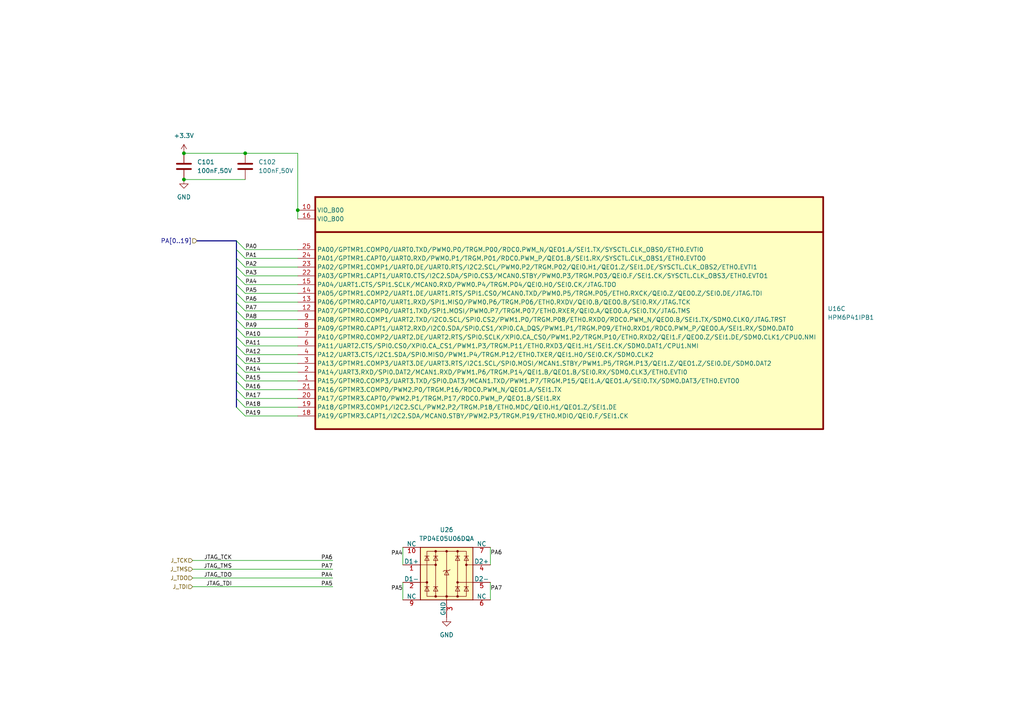
<source format=kicad_sch>
(kicad_sch (version 20250114) (generator "eeschema") (generator_version "9.0")
  (paper "A4")
  (title_block (title "HPM6P41_BuckBoost") (date "2025-05-05") (rev "4") (company "Author: Alipay"))
  (lib_symbols
    (symbol "Device:C" (pin_numbers (hide yes)) (pin_names (offset 0.254))
      (property "Reference" "C" (at 0.635 2.54 0))
      (property "Value" "C" (at 0.635 -2.54 0))
      (symbol "C_0_1"
        (polyline (pts (xy -2.032 0.762) (xy 2.032 0.762)) (stroke (width 0.508)))
        (polyline (pts (xy -2.032 -0.762) (xy 2.032 -0.762)) (stroke (width 0.508)))
      )
      (symbol "C_1_1"
        (pin passive line (at 0 3.81 270) (length 2.794) (name "~") (number "1"))
        (pin passive line (at 0 -3.81 90) (length 2.794) (name "~") (number "2"))
      )
    )
    (symbol "GND_1" (power) (pin_numbers (hide yes)) (pin_names (offset 0) (hide yes))
      (property "Value" "GND" (at 0 -3.81 0))
      (symbol "GND_1_0_1"
        (polyline (pts (xy 0 0) (xy 0 -1.27) (xy 1.27 -1.27) (xy 0 -2.54) (xy -1.27 -1.27) (xy 0 -1.27)))
      )
      (symbol "GND_1_1_1"
        (pin power_in line (at 0 0 270) (length 0) (name "~") (number "1"))
      )
    )
    (symbol "HPM6P00_Library:HPM6P41IPB1"
      (property "Reference" "U" (at 1.27 1.27 0))
      (property "Value" "HPM6P41IPB1" (at 10.16 1.27 0))
      (symbol "HPM6P41IPB1_1_1"
        (rectangle (start 0 0) (end 35.56 -66.04) (stroke (width 0.508)) (fill (type background)))
        (polyline (pts (xy 0 -41.275) (xy 35.56 -41.275)) (stroke (width 0.508)))
        (polyline (pts (xy 8.89 -6.35) (xy 14.605 -6.35) (xy 14.605 -10.16) (xy 13.97 -9.525) (xy 14.605 -10.16) (xy 15.24 -9.525)))
        (rectangle (start 10.16 -10.16) (end 17.78 -12.7))
        (polyline (pts (xy 15.24 -12.7) (xy 15.24 -17.78) (xy 9.525 -17.78) (xy 10.16 -17.145) (xy 9.525 -17.78) (xy 10.16 -18.415)))
        (text "DCDC_Domain" (at 10.16 -2.54 0) (effects (font (size 1.778 1.778))))
        (text "Analog_Domain" (at 11.43 -44.45 0) (effects (font (size 1.778 1.778))))
        (text "DCDC" (at 13.97 -11.43 0) (effects (font (size 1.27 1.27))))
        (pin power_in line (at -5.08 -6.35 0) (length 5.08) (name "DCDC_IN") (number "26"))
        (pin power_in line (at -5.08 -17.78 0) (length 5.08) (name "DCDC_LP") (number "27"))
        (pin power_in line (at -5.08 -24.13 0) (length 5.08) (name "DCDC_SNS") (number "31"))
        (pin power_in line (at -5.08 -31.75 0) (length 5.08) (name "DCDC_GND") (number "28"))
        (pin power_in line (at -5.08 -48.26 0) (length 5.08) (name "VANA") (number "41"))
        (pin power_in line (at -5.08 -57.15 0) (length 5.08) (name "VSSA") (number "39"))
        (pin power_out line (at 17.78 -71.12 90) (length 5.08) (name "PAD") (number "101"))
        (pin power_out line (at 40.64 -6.35 180) (length 5.08) (name "VDD_SOC") (number "5"))
        (pin power_out line (at 40.64 -10.16 180) (length 5.08) (name "VDD_SOC") (number "11"))
        (pin power_out line (at 40.64 -13.97 180) (length 5.08) (name "VDD_SOC") (number "50"))
        (pin power_out line (at 40.64 -17.78 180) (length 5.08) (name "VDD_SOC") (number "68"))
        (pin power_out line (at 40.64 -21.59 180) (length 5.08) (name "VDD_SOC") (number "72"))
        (pin power_out line (at 40.64 -25.4 180) (length 5.08) (name "VDD_SOC") (number "84"))
        (pin power_in line (at 40.64 -48.26 180) (length 5.08) (name "VREFH") (number "40"))
        (pin power_in line (at 40.64 -57.15 180) (length 5.08) (name "VREFL") (number "38"))
      )
      (symbol "HPM6P41IPB1_2_0"
        (polyline (pts (xy 7.62 -6.35) (xy 43.18 -6.35) (xy 42.164 -5.842) (xy 43.18 -6.35) (xy 42.164 -6.858)))
        (polyline (pts (xy 7.62 -11.43) (xy 43.18 -11.43) (xy 42.164 -10.922) (xy 43.18 -11.43) (xy 42.164 -11.938)))
        (polyline (pts (xy 50.8 -6.35) (xy 90.17 -6.35) (xy 89.154 -5.842) (xy 90.17 -6.35) (xy 89.154 -6.858)))
        (polyline (pts (xy 50.8 -11.43) (xy 91.44 -11.43) (xy 90.424 -10.922) (xy 91.44 -11.43) (xy 90.424 -11.938)))
      )
      (symbol "HPM6P41IPB1_2_1"
        (rectangle (start 0 0) (end 100.33 -33.02) (stroke (width 0.508)) (fill (type background)))
        (polyline (pts (xy 0 -16.51) (xy 100.33 -16.51)) (stroke (width 0.508)))
        (polyline (pts (xy 7.62 -6.35) (xy 7.62 -11.43)))
        (rectangle (start 44.45 -5.08) (end 49.53 -7.62))
        (rectangle (start 44.45 -10.16) (end 49.53 -12.7))
        (text "LDO" (at 46.99 -6.35 0) (effects (font (size 1.27 1.27))))
        (text "LDO" (at 46.99 -11.43 0) (effects (font (size 1.27 1.27))))
        (pin power_in line (at -5.08 -7.62 0) (length 5.08) (name "VPMC") (number "32"))
        (pin bidirectional line (at -5.08 -21.59 0) (length 5.08) (name "PY00/GPTMR3.COMP0/PWM2.P0/TRGM.P16/PGPIO.Y00/PURT.TXD/PTMR.COMP0") (number "33"))
        (pin bidirectional line (at -5.08 -24.13 0) (length 5.08) (name "PY01/GPTMR3.CAPT0/PWM2.P1/TRGM.P17/PGPIO.Y01/PURT.RXD/PTMR.COMP1") (number "34"))
        (pin bidirectional line (at -5.08 -26.67 0) (length 5.08) (name "PY02/GPTMR3.COMP1/I2C2.SCL/PWM2.P2/TRGM.P18/PGPIO.Y02/PURT.RTS/PTMR.COMP2") (number "35"))
        (pin bidirectional line (at -5.08 -29.21 0) (length 5.08) (name "PY03/GPTMR3.CAPT1/I2C2.SDA/MCAN0.STBY/PWM2.P3/TRGM.P19/PGPIO.Y03/PURT.CTS/PTMR.COMP3") (number "36"))
        (pin power_out line (at 105.41 -6.35 180) (length 5.08) (name "VPMCCAP") (number "37"))
        (pin power_out line (at 105.41 -11.43 180) (length 5.08) (name "OTPCAP") (number "17"))
      )
      (symbol "HPM6P41IPB1_3_1"
        (rectangle (start 0 0) (end 147.32 -67.31) (stroke (width 0.508)) (fill (type background)))
        (polyline (pts (xy 0 -10.16) (xy 147.32 -10.16)) (stroke (width 0.5)))
        (pin power_in line (at -5.08 -3.81 0) (length 5.08) (name "VIO_B00") (number "10"))
        (pin power_in line (at -5.08 -6.35 0) (length 5.08) (name "VIO_B00") (number "16"))
        (pin bidirectional line (at -5.08 -15.24 0) (length 5.08) (name "PA00/GPTMR1.COMP0/UART0.TXD/PWM0.P0/TRGM.P00/RDC0.PWM_N/QEO1.A/SEI1.TX/SYSCTL.CLK_OBS0/ETH0.EVTI0") (number "25"))
        (pin input line (at -5.08 -17.78 0) (length 5.08) (name "PA01/GPTMR1.CAPT0/UART0.RXD/PWM0.P1/TRGM.P01/RDC0.PWM_P/QEO1.B/SEI1.RX/SYSCTL.CLK_OBS1/ETH0.EVTO0") (number "24"))
        (pin bidirectional line (at -5.08 -20.32 0) (length 5.08) (name "PA02/GPTMR1.COMP1/UART0.DE/UART0.RTS/I2C2.SCL/PWM0.P2/TRGM.P02/QEI0.H1/QEO1.Z/SEI1.DE/SYSCTL.CLK_OBS2/ETH0.EVTI1") (number "23"))
        (pin bidirectional line (at -5.08 -22.86 0) (length 5.08) (name "PA03/GPTMR1.CAPT1/UART0.CTS/I2C2.SDA/SPI0.CS3/MCAN0.STBY/PWM0.P3/TRGM.P03/QEI0.F/SEI1.CK/SYSCTL.CLK_OBS3/ETH0.EVTO1") (number "22"))
        (pin bidirectional line (at -5.08 -25.4 0) (length 5.08) (name "PA04/UART1.CTS/SPI1.SCLK/MCAN0.RXD/PWM0.P4/TRGM.P04/QEI0.H0/SEI0.CK/JTAG.TDO") (number "15"))
        (pin bidirectional line (at -5.08 -27.94 0) (length 5.08) (name "PA05/GPTMR1.COMP2/UART1.DE/UART1.RTS/SPI1.CS0/MCAN0.TXD/PWM0.P5/TRGM.P05/ETH0.RXCK/QEI0.Z/QEO0.Z/SEI0.DE/JTAG.TDI") (number "14"))
        (pin bidirectional line (at -5.08 -30.48 0) (length 5.08) (name "PA06/GPTMR0.CAPT0/UART1.RXD/SPI1.MISO/PWM0.P6/TRGM.P06/ETH0.RXDV/QEI0.B/QEO0.B/SEI0.RX/JTAG.TCK") (number "13"))
        (pin bidirectional line (at -5.08 -33.02 0) (length 5.08) (name "PA07/GPTMR0.COMP0/UART1.TXD/SPI1.MOSI/PWM0.P7/TRGM.P07/ETH0.RXER/QEI0.A/QEO0.A/SEI0.TX/JTAG.TMS") (number "12"))
        (pin bidirectional line (at -5.08 -35.56 0) (length 5.08) (name "PA08/GPTMR0.COMP1/UART2.TXD/I2C0.SCL/SPI0.CS2/PWM1.P0/TRGM.P08/ETH0.RXD0/RDC0.PWM_N/QEO0.B/SEI1.TX/SDM0.CLK0/JTAG.TRST") (number "9"))
        (pin bidirectional line (at -5.08 -38.1 0) (length 5.08) (name "PA09/GPTMR0.CAPT1/UART2.RXD/I2C0.SDA/SPI0.CS1/XPI0.CA_DQS/PWM1.P1/TRGM.P09/ETH0.RXD1/RDC0.PWM_P/QEO0.A/SEI1.RX/SDM0.DAT0") (number "8"))
        (pin bidirectional line (at -5.08 -40.64 0) (length 5.08) (name "PA10/GPTMR0.COMP2/UART2.DE/UART2.RTS/SPI0.SCLK/XPI0.CA_CS0/PWM1.P2/TRGM.P10/ETH0.RXD2/QEI1.F/QEO0.Z/SEI1.DE/SDM0.CLK1/CPU0.NMI") (number "7"))
        (pin bidirectional line (at -5.08 -43.18 0) (length 5.08) (name "PA11/UART2.CTS/SPI0.CS0/XPI0.CA_CS1/PWM1.P3/TRGM.P11/ETH0.RXD3/QEI1.H1/SEI1.CK/SDM0.DAT1/CPU1.NMI") (number "6"))
        (pin bidirectional line (at -5.08 -45.72 0) (length 5.08) (name "PA12/UART3.CTS/I2C1.SDA/SPI0.MISO/PWM1.P4/TRGM.P12/ETH0.TXER/QEI1.H0/SEI0.CK/SDM0.CLK2") (number "4"))
        (pin bidirectional line (at -5.08 -48.26 0) (length 5.08) (name "PA13/GPTMR1.COMP3/UART3.DE/UART3.RTS/I2C1.SCL/SPI0.MOSI/MCAN1.STBY/PWM1.P5/TRGM.P13/QEI1.Z/QEO1.Z/SEI0.DE/SDM0.DAT2") (number "3"))
        (pin bidirectional line (at -5.08 -50.8 0) (length 5.08) (name "PA14/UART3.RXD/SPI0.DAT2/MCAN1.RXD/PWM1.P6/TRGM.P14/QEI1.B/QEO1.B/SEI0.RX/SDM0.CLK3/ETH0.EVTI0") (number "2"))
        (pin bidirectional line (at -5.08 -53.34 0) (length 5.08) (name "PA15/GPTMR0.COMP3/UART3.TXD/SPI0.DAT3/MCAN1.TXD/PWM1.P7/TRGM.P15/QEI1.A/QEO1.A/SEI0.TX/SDM0.DAT3/ETH0.EVTO0") (number "1"))
        (pin bidirectional line (at -5.08 -55.88 0) (length 5.08) (name "PA16/GPTMR3.COMP0/PWM2.P0/TRGM.P16/RDC0.PWM_N/QEO1.A/SEI1.TX") (number "21"))
        (pin bidirectional line (at -5.08 -58.42 0) (length 5.08) (name "PA17/GPTMR3.CAPT0/PWM2.P1/TRGM.P17/RDC0.PWM_P/QEO1.B/SEI1.RX") (number "20"))
        (pin bidirectional line (at -5.08 -60.96 0) (length 5.08) (name "PA18/GPTMR3.COMP1/I2C2.SCL/PWM2.P2/TRGM.P18/ETH0.MDC/QEI0.H1/QEO1.Z/SEI1.DE") (number "19"))
        (pin bidirectional line (at -5.08 -63.5 0) (length 5.08) (name "PA19/GPTMR3.CAPT1/I2C2.SDA/MCAN0.STBY/PWM2.P3/TRGM.P19/ETH0.MDIO/QEI0.F/SEI1.CK") (number "18"))
      )
      (symbol "HPM6P41IPB1_4_1"
        (rectangle (start 0 0) (end 185.42 -92.71) (stroke (width 0.508)) (fill (type background)))
        (polyline (pts (xy 0 -12.7) (xy 185.42 -12.7)) (stroke (width 0.5)))
        (polyline (pts (xy 0 -60.96) (xy 185.42 -60.96)) (stroke (width 0.3) (type dash)))
        (pin power_in line (at -5.08 -5.08 0) (length 5.08) (name "VIO_B01") (number "79"))
        (pin power_in line (at -5.08 -7.62 0) (length 5.08) (name "VIO_B01") (number "94"))
        (pin bidirectional line (at -5.08 -19.05 0) (length 5.08) (name "PB00/GPTMR2.COMP0/XPI0.CA_SCLK/PWM0.P0/TRGM.P31/ETH0.TXCK/RDC0.PWM_N/QEO1.A/SEI1.TX/XPI_SLV.ADQ3") (number "100"))
        (pin bidirectional line (at -5.08 -21.59 0) (length 5.08) (name "PB01/GPTMR2.CAPT0/XPI0.CA_D0/PWM0.P1/TRGM.P30/ETH0.TXEN/RDC0.PWM_P/QEO1.B/SEI1.RX/XPI_SLV.ADQ2") (number "99"))
        (pin bidirectional line (at -5.08 -24.13 0) (length 5.08) (name "PB02/GPTMR2.COMP1/I2C2.SCL/XPI0.CA_D1/PWM0.P2/TRGM.P29/ETH0.TXD0/QEI0.H1/QEO1.Z/SEI1.DE/SDM0.CLK0/XPI_SLV.ADQ1") (number "98"))
        (pin bidirectional line (at -5.08 -26.67 0) (length 5.08) (name "PB03/GPTMR2.CAPT1/I2C2.SDA/SPI0.CS3/MCAN0.STBY/XPI0.CA_D2/PWM0.P3/TRGM.P28/ETH0.TXD1/QEI0.F/SEI1.CK/SDM0.DAT0/XPI_SLV.ADQ0") (number "97"))
        (pin bidirectional line (at -5.08 -29.21 0) (length 5.08) (name "PB04/UART1.CTS/SPI0.SCLK/MCAN0.RXD/XPI0.CA_D3/PWM0.P4/TRGM.P27/ETH0.TXD2/QEI0.H0/SEI0.CK/SDM0.CLK1/CPU0.NMI/XPI_SLV.CLK") (number "96"))
        (pin bidirectional line (at -5.08 -31.75 0) (length 5.08) (name "PB05/GPTMR2.COMP2/UART1.DE/UART1.RTS/SPI1.CS0/MCAN0.TXD/PWM0.P5/TRGM.P26/ETH0.TXD3/QEI0.Z/QEO0.Z/SEI0.DE/SDM0.DAT1/CPU1.NMI/XPI_SLV.CSN") (number "95"))
        (pin bidirectional line (at -5.08 -35.56 0) (length 5.08) (name "PB12/UART3.CTS/I2C1.SDA/SPI0.MISO/XPI0.CB_DQS/PWM1.P4/TRGM.P19/ETH0.MDC/QEI1.H0/SEI0.CK/SDM0.CLK2/EWDG0.RST/XPI_SLV.ERR") (number "93"))
        (pin bidirectional line (at -5.08 -38.1 0) (length 5.08) (name "PB13/GPTMR2.COMP3/UART3.DE/UART3.RTS/I2C1.SCL/SPI0.MOSI/MCAN1.STBY/XPI0.CB_CS0/PWM1.P5/TRGM.P18/ETH0.MDIO/QEI1.Z/QEO1.Z/SEI0.DE/SDM0.DAT2/EWDG1.RST/XPI_SLV.RDY") (number "92"))
        (pin bidirectional line (at -5.08 -40.64 0) (length 5.08) (name "PB14/UART3.RXD/SPI0.DAT2/MCAN1.RXD/XPI0.CB_CS1/PWM1.P6/TRGM.P17/QEI1.B/QEO1.B/SEI0.RX/SDM0.CLK3/SOC.REF0/ETH0.EVTO2/XPI_SLV.DQS") (number "91"))
        (pin bidirectional line (at -5.08 -43.18 0) (length 5.08) (name "PB15/GPTMR0.COMP3/UART3.TXD/SPI0.DAT3/MCAN1.TXD/XPI0.CB_SCLK/PWM1.P7/TRGM.P16/QEI1.A/QEO1.A/SEI0.TX/SDM0.DAT3/SOC.REF1/ETH0.EVTO3") (number "90"))
        (pin bidirectional line (at -5.08 -45.72 0) (length 5.08) (name "PB16/GPTMR3.COMP0/XPI0.CB_D0/PWM2.P0/TRGM.P15/RDC0.PWM_N/QEO1.A/SEI1.TX/SYSCTL.CLK_OBS0/ETH0.EVTI1") (number "89"))
        (pin bidirectional line (at -5.08 -48.26 0) (length 5.08) (name "PB17/GPTMR3.CAPT0/XPI0.CB_D1/PWM2.P1/TRGM.P14/RDC0.PWM_P/QEO1.B/SEI1.RX/SYSCTL.CLK_OBS1/ETH0.EVTO1") (number "88"))
        (pin bidirectional line (at -5.08 -50.8 0) (length 5.08) (name "PB18/GPTMR3.COMP1/I2C2.SCL/XPI0.CB_D2/PWM2.P2/TRGM.P13/QEI0.H1/QEO1.Z/SEI1.DE/SYSCTL.CLK_OBS2/ETH0.EVTO2") (number "87"))
        (pin bidirectional line (at -5.08 -53.34 0) (length 5.08) (name "PB19/GPTMR3.CAPT1/I2C2.SDA/SPI2.CS3/MCAN0.STBY/XPI0.CB_D3/PWM2.P3/TRGM.P12/QEI0.F/SEI1.CK/SYSCTL.CLK_OBS3/ETH0.EVTO3") (number "86"))
        (pin bidirectional line (at -5.08 -55.88 0) (length 5.08) (name "PB20/UART0.CTS/MCAN0.RXD/PWM2.P4/TRGM.P11/QEI0.H0/SEI0.CK") (number "85"))
        (pin bidirectional line (at -5.08 -66.04 0) (length 5.08) (name "PC12/I2C1.SDA/SPI1.MISO/PWM1.P4/TRGM.P12/QEI1.H0/SEI0.CK") (number "83"))
        (pin bidirectional line (at -5.08 -68.58 0) (length 5.08) (name "PC13/GPTMR1.COMP3/I2C1.SCL/SPI1.MOSI/MCAN1.STBY/PWM1.P5/TRGM.P13/QEI1.Z/QEO1.Z/SEI0.DE/USB0.ID") (number "82"))
        (pin bidirectional line (at -5.08 -71.12 0) (length 5.08) (name "PC14/SPI1.DAT2/MCAN1.RXD/PWM1.P6/TRGM.P14/ETH0.MDC/QEI1.B/QEO1.B/SEI0.RX/USB0.OC") (number "81"))
        (pin bidirectional line (at -5.08 -73.66 0) (length 5.08) (name "PC15/GPTMR0.COMP3/SPI1.DAT3/MCAN1.TXD/PWM1.P7/TRGM.P15/ETH0.MDIO/QEI1.A/QEO1.A/SEI0.TX/USB0.PWR") (number "80"))
        (pin bidirectional line (at -5.08 -76.2 0) (length 5.08) (name "PC16/GPTMR3.COMP0/PWM2.P0/TRGM.P16/ETH0.CRS/QEI0.H1/CPU0.NMI") (number "78"))
        (pin bidirectional line (at -5.08 -78.74 0) (length 5.08) (name "PC17/GPTMR3.CAPT0/PWM2.P1/TRGM.P17/ETH0.COL/QEI0.F/CPU1.NMI") (number "77"))
        (pin bidirectional line (at -5.08 -81.28 0) (length 5.08) (name "PC18/GPTMR3.COMP1/I2C2.SCL/PWM2.P2/TRGM.P18/QEI0.H0/SEI0.CK") (number "76"))
        (pin bidirectional line (at -5.08 -83.82 0) (length 5.08) (name "PC19/GPTMR3.CAPT1/I2C2.SDA/MCAN0.STBY/PWM2.P3/TRGM.P19/QEI0.Z/QEO0.Z/SEI0.DE") (number "75"))
        (pin bidirectional line (at -5.08 -86.36 0) (length 5.08) (name "PC20/SPI2.SCLK/MCAN0.RXD/PWM2.P4/TRGM.P20/QEI0.B/QEO0.B/SEI0.RX") (number "74"))
        (pin bidirectional line (at -5.08 -88.9 0) (length 5.08) (name "PC21/GPTMR3.COMP2/SPI2.CS0/MCAN0.TXD/PWM2.P5/TRGM.P21/QEI0.A/QEO0.A/SEI0.TX") (number "73"))
      )
      (symbol "HPM6P41IPB1_5_1"
        (rectangle (start 0 0) (end 196.85 -77.47) (stroke (width 0.508)) (fill (type background)))
        (polyline (pts (xy 0 -10.16) (xy 196.85 -10.16)) (stroke (width 0.5)))
        (pin power_in line (at -5.08 -5.08 0) (length 5.08) (name "VIO_B02") (number "55"))
        (pin bidirectional line (at -5.08 -15.24 0) (length 5.08) (name "PD00/GPTMR1.COMP0/SPI2.SCLK/TRGM.P00/ETH0.RXCK/QEI1.H1/SDM0.CLK0/ADC0.IN00/ADC1.IN00/ACMP0.INN1/ACMP1.INN1/ACMP2.INN1/ACMP3.INN1") (number "66"))
        (pin bidirectional line (at -5.08 -17.78 0) (length 5.08) (name "PD01/GPTMR1.CAPT0/SPI2.MISO/TRGM.P01/ETH0.RXDV/QEI1.F/SDM0.DAT0/ADC0.IN01/ADC1.IN01/ACMP0.INP1/ACMP1.INP1/ACMP2.INP1/ACMP3.INP1") (number "65"))
        (pin bidirectional line (at -5.08 -20.32 0) (length 5.08) (name "PD02/GPTMR1.COMP1/I2C2.SCL/SPI2.MOSI/TRGM.P02/ETH0.RXER/QEI1.H0/SEI0.CK/SDM0.CLK1/ADC0.IN02/ADC1.IN02/ACMP0.INN2/ACMP1.INN2/ACMP2.INN2/ACMP3.INN2") (number "64"))
        (pin bidirectional line (at -5.08 -22.86 0) (length 5.08) (name "PD03/GPTMR1.CAPT1/I2C2.SDA/SPI2.DAT2/MCAN0.STBY/TRGM.P03/ETH0.RXD0/QEI1.Z/QEO1.Z/SEI0.DE/SDM0.DAT1/ADC0.IN03/ADC1.IN03/ACMP0.INP2/ACMP1.INP2/ACMP2.INP2/ACMP3.INP2") (number "63"))
        (pin bidirectional line (at -5.08 -25.4 0) (length 5.08) (name "PD04/UART1.CTS/SPI2.DAT3/MCAN0.RXD/TRGM.P04/ETH0.RXD1/QEI1.A/QEO1.B/SEI0.RX/SDM0.CLK2/ADC0.IN04/ADC1.IN04/ACMP0.INN3/ACMP1.INN3/ACMP2.INN3/ACMP3.INN3") (number "62"))
        (pin bidirectional line (at -5.08 -27.94 0) (length 5.08) (name "PD05/GPTMR1.COMP2/UART1.DE/UART1.RTS/SPI2.CS0/MCAN0.TXD/TRGM.P05/ETH0.RXD2/QEI1.B/QEO1.A/SEI0.TX/SDM0.DAT2/ADC0.IN05/ADC1.IN05/ACMP0.INP3/ACMP1.INP3/ACMP2.INP3/ACMP3.INP3") (number "61"))
        (pin bidirectional line (at -5.08 -30.48 0) (length 5.08) (name "PD06/GPTMR0.CAPT0/UART1.RXD/SPI2.CS2/TRGM.P06/ETH0.RXD3/SDM0.CLK3/ADC0.IN06/ADC1.IN06/ACMP0.INN4/ACMP1.INN4/ACMP2.INN4/ACMP3.INN4") (number "60"))
        (pin bidirectional line (at -5.08 -33.02 0) (length 5.08) (name "PD07/GPTMR0.COMP0/UART1.TXD/SPI2.CS1/TRGM.P07/ETH0.TXER/SDM0.DAT3/ADC0.IN07/ADC1.IN07/DAC0.OUT/ACMP0.INP4/ACMP1.INP4/ACMP2.INP4/ACMP3.INP4") (number "59"))
        (pin bidirectional line (at -5.08 -35.56 0) (length 5.08) (name "PD08/GPTMR0.COMP1/UART2.TXD/I2C0.SCL/SPI2.CS3/PWM1.P0/TRGM.P08/ADC0.IN08/ADC1.IN08/ACMP0.INN5/ACMP1.INN5/ACMP2.INN5/ACMP3.INN5") (number "58"))
        (pin bidirectional line (at -5.08 -38.1 0) (length 5.08) (name "PD09/GPTMR0.CAPT1/UART2.RXD/I2C0.SDA/PWM1.P1/TRGM.P09/ADC0.IN09/ADC1.IN09/ACMP0.INP5/ACMP1.INP5/ACMP2.INP5/ACMP3.INP5") (number "57"))
        (pin bidirectional line (at -5.08 -40.64 0) (length 5.08) (name "PD10/GPTMR0.COMP2/UART2.DE/UART2.RTS/SPI0.SCLK/PWM1.P2/TRGM.P10/ETH0.EVTI0/ADC0.IN10/ADC1.IN10/ACMP0.INN6/ACMP1.INN6/ACMP2.INN6/ACMP3.INN6") (number "56"))
        (pin bidirectional line (at -5.08 -45.72 0) (length 5.08) (name "PD16/GPTMR3.COMP0/PWM2.P0/TRGM.P16/ETH0.TXCK/QEI0.H1/ADC2.IN00/ACMP4.INN1/ACMP5.INN1/ACMP6.INN1/ACMP7.INN1") (number "54"))
        (pin bidirectional line (at -5.08 -48.26 0) (length 5.08) (name "PD17/GPTMR3.CAPT0/PWM2.P1/TRGM.P17/ETH0.TXEN/QEI0.F/ADC2.IN01/DAC1.OUT/ACMP4.INP1/ACMP5.INP1/ACMP6.INP1/ACMP7.INP1") (number "53"))
        (pin bidirectional line (at -5.08 -50.8 0) (length 5.08) (name "PD18/GPTMR3.COMP1/I2C2.SCL/PWM2.P2/TRGM.P18/ETH0.TXD0/QEI0.H0/SEI0.CK/ADC2.IN02/ACMP4.INN2/ACMP5.INN2/ACMP6.INN2/ACMP7.INN2") (number "52"))
        (pin bidirectional line (at -5.08 -53.34 0) (length 5.08) (name "PD19/GPTMR3.CAPT1/I2C2.SDA/MCAN0.STBY/PWM2.P3/TRGM.P19/ETH0.TXD1/QEI0.Z/QEO0.Z/SEI0.DE/ADC2.IN03/ACMP4.INP2/ACMP5.INP2/ACMP6.INP2/ACMP7.INP2") (number "51"))
        (pin bidirectional line (at -5.08 -55.88 0) (length 5.08) (name "PD20/MCAN0.RXD/PWM2.P4/TRGM.P20/ETH0.TXD2/QEI0.B/QEO0.B/SEI0.RX/ADC2.IN04/ACMP4.INN3/ACMP5.INN3/ACMP6.INN3/ACMP7.INN3") (number "49"))
        (pin bidirectional line (at -5.08 -58.42 0) (length 5.08) (name "PD21/GPTMR3.COMP2/MCAN0.TXD/PWM2.P5/TRGM.P21/ETH0.TXD3/QEI0.A/QEO0.A/SEI0.TX/ADC2.IN05/ACMP4.INP3/ACMP5.INP3/ACMP6.INP3/ACMP7.INP3") (number "48"))
        (pin bidirectional line (at -5.08 -60.96 0) (length 5.08) (name "PD22/GPTMR2.CAPT0/PWM2.P6/TRGM.P22/QEI1.F/ADC2.IN06/ACMP4.INN4/ACMP5.INN4/ACMP6.INN4/ACMP7.INN4") (number "47"))
        (pin bidirectional line (at -5.08 -63.5 0) (length 5.08) (name "PD23/GPTMR2.COMP0/PWM2.P7/TRGM.P23/QEI1.H1/USB0.ID/ADC2.IN07/ACMP4.INP4/ACMP5.INP4/ACMP6.INP4/ACMP7.INP4") (number "46"))
        (pin bidirectional line (at -5.08 -66.04 0) (length 5.08) (name "PD24/GPTMR2.COMP1/I2C0.SCL/PWM0.P0/TRGM.P24/QEI1.H0/SEI0.CK/USB0.OC/ADC2.IN08/ACMP4.INN5/ACMP5.INN5/ACMP6.INN5/ACMP7.INN5") (number "45"))
        (pin bidirectional line (at -5.08 -68.58 0) (length 5.08) (name "PD25/GPTMR2.CAPT1/I2C0.SDA/PWM0.P1/TRGM.P25/QEI1.Z/QEO1.Z/SEI0.DE/USB0.PWR/ADC2.IN09/ACMP4.INP5/ACMP5.INP5/ACMP6.INP5/ACMP7.INP5") (number "44"))
        (pin bidirectional line (at -5.08 -71.12 0) (length 5.08) (name "PD26/GPTMR2.COMP2/SPI1.SCLK/PWM0.P2/TRGM.P26/QEI1.B/QEO1.B/SEI0.RX/ADC2.IN10/ACMP4.INN6/ACMP5.INN6/ACMP6.INN6/ACMP7.INN6") (number "43"))
        (pin bidirectional line (at -5.08 -73.66 0) (length 5.08) (name "PD27/SPI1.CS0/PWM0.P3/TRGM.P27/QEI1.A/QEO1.A/SEI0.TX/ADC2.IN11/ACMP4.INP6/ACMP5.INP6/ACMP6.INP6/ACMP7.INP6") (number "42"))
      )
      (symbol "HPM6P41IPB1_6_1"
        (rectangle (start 0 0) (end 35.56 -33.02) (stroke (width 0.508)) (fill (type background)))
        (polyline (pts (xy 0 -16.51) (xy 35.56 -16.51)) (stroke (width 0.5)))
        (pin input line (at -5.08 -5.08 0) (length 5.08) (name "XTALI") (number "71"))
        (pin output line (at -5.08 -11.43 0) (length 5.08) (name "XTALO") (number "70"))
        (pin power_in line (at -5.08 -21.59 0) (length 5.08) (name "VBUS") (number "69"))
        (pin power_in line (at -5.08 -26.67 0) (length 5.08) (name "VPLLVUSB") (number "67"))
        (pin input line (at 40.64 -5.08 180) (length 5.08) (name "RESET") (number "29"))
        (pin input line (at 40.64 -11.43 180) (length 5.08) (name "WAKEUP") (number "30"))
      )
    )
    (symbol "Power_Protection:TPD4E05U06DQA" (pin_names (offset 0))
      (property "Reference" "U" (at -0.635 8.89 0))
      (property "Value" "TPD4E05U06DQA" (at 1.905 -10.16 0))
      (symbol "TPD4E05U06DQA_0_0"
        (rectangle (start -5.715 6.477) (end 5.715 -6.604))
        (polyline (pts (xy -3.175 -6.604) (xy -3.175 6.477)))
        (polyline (pts (xy 0 6.477) (xy 0 -6.604)))
        (polyline (pts (xy 3.175 6.477) (xy 3.175 -6.604)))
      )
      (symbol "TPD4E05U06DQA_0_1"
        (polyline (pts (xy -7.747 2.54) (xy -3.175 2.54)))
        (rectangle (start -7.62 7.62) (end 7.62 -7.62) (stroke (width 0.254)) (fill (type background)))
        (polyline (pts (xy -7.62 -2.54) (xy -5.715 -2.54)))
        (circle (center -5.715 -2.54) (radius 0.2794) (fill (type outline)))
        (polyline (pts (xy -5.08 5.08) (xy -6.35 5.08)))
        (polyline (pts (xy -5.08 3.81) (xy -6.35 3.81) (xy -5.715 5.08) (xy -5.08 3.81)))
        (polyline (pts (xy -5.08 -3.81) (xy -6.35 -3.81)))
        (polyline (pts (xy -5.08 -5.08) (xy -6.35 -5.08) (xy -5.715 -3.81) (xy -5.08 -5.08)))
        (circle (center -3.175 6.477) (radius 0.2794) (fill (type outline)))
        (circle (center -3.175 2.54) (radius 0.2794) (fill (type outline)))
        (circle (center -3.175 -6.604) (radius 0.2794) (fill (type outline)))
        (polyline (pts (xy -2.54 5.08) (xy -3.81 5.08)))
        (polyline (pts (xy -2.54 3.81) (xy -3.81 3.81) (xy -3.175 5.08) (xy -2.54 3.81)))
        (polyline (pts (xy -2.54 -3.81) (xy -3.81 -3.81)))
        (polyline (pts (xy -2.54 -5.08) (xy -3.81 -5.08) (xy -3.175 -3.81) (xy -2.54 -5.08)))
        (polyline (pts (xy -0.635 0.889) (xy -1.016 0.635)))
        (circle (center 0 6.477) (radius 0.2794) (fill (type outline)))
        (polyline (pts (xy 0 -6.604) (xy 0 -7.62)))
        (circle (center 0 -6.604) (radius 0.2794) (fill (type outline)))
        (polyline (pts (xy 0.635 0.889) (xy -0.635 0.889)))
        (polyline (pts (xy 0.635 0.889) (xy 1.016 1.143)))
        (polyline (pts (xy 0.635 -0.381) (xy -0.635 -0.381) (xy 0 0.889) (xy 0.635 -0.381)))
        (circle (center 3.175 6.477) (radius 0.2794) (fill (type outline)))
        (circle (center 3.175 -2.54) (radius 0.2794) (fill (type outline)))
        (circle (center 3.175 -6.604) (radius 0.2794) (fill (type outline)))
        (polyline (pts (xy 3.81 5.08) (xy 2.54 5.08)))
        (polyline (pts (xy 3.81 3.81) (xy 2.54 3.81) (xy 3.175 5.08) (xy 3.81 3.81)))
        (polyline (pts (xy 3.81 -3.81) (xy 2.54 -3.81)))
        (polyline (pts (xy 3.81 -5.08) (xy 2.54 -5.08) (xy 3.175 -3.81) (xy 3.81 -5.08)))
        (circle (center 5.715 2.54) (radius 0.2794) (fill (type outline)))
        (polyline (pts (xy 6.35 5.08) (xy 5.08 5.08)))
        (polyline (pts (xy 6.35 3.81) (xy 5.08 3.81) (xy 5.715 5.08) (xy 6.35 3.81)))
        (polyline (pts (xy 6.35 -3.81) (xy 5.08 -3.81)))
        (polyline (pts (xy 6.35 -5.08) (xy 5.08 -5.08) (xy 5.715 -3.81) (xy 6.35 -5.08)))
        (polyline (pts (xy 7.62 2.54) (xy 5.715 2.54)))
        (polyline (pts (xy 7.62 -2.54) (xy 3.175 -2.54)))
      )
      (symbol "TPD4E05U06DQA_1_1"
        (pin free line (at -12.7 7.62 0) (length 5.08) (name "NC") (number "10"))
        (pin passive line (at -12.7 2.54 0) (length 5.08) (name "D1+") (number "1"))
        (pin passive line (at -12.7 -2.54 0) (length 5.08) (name "D1-") (number "2"))
        (pin free line (at -12.7 -7.62 0) (length 5.08) (name "NC") (number "9"))
        (pin power_in line (at 0 -12.7 90) (length 5.08) (name "GND") (number "3"))
        (pin passive line (at 0 -12.7 90) (length 5.08) (hide yes) (name "GND") (number "8"))
        (pin free line (at 12.7 7.62 180) (length 5.08) (name "NC") (number "7"))
        (pin passive line (at 12.7 2.54 180) (length 5.08) (name "D2+") (number "4"))
        (pin passive line (at 12.7 -2.54 180) (length 5.08) (name "D2-") (number "5"))
        (pin free line (at 12.7 -7.62 180) (length 5.08) (name "NC") (number "6"))
      )
    )
    (symbol "power:+3.3V" (power) (pin_numbers (hide yes)) (pin_names (offset 0) (hide yes))
      (property "Value" "+3.3V" (at 0 3.556 0))
      (symbol "+3.3V_0_1"
        (polyline (pts (xy -0.762 1.27) (xy 0 2.54)))
        (polyline (pts (xy 0 2.54) (xy 0.762 1.27)))
        (polyline (pts (xy 0 0) (xy 0 2.54)))
      )
      (symbol "+3.3V_1_1"
        (pin power_in line (at 0 0 90) (length 0) (name "~") (number "1"))
      )
    )
    (symbol "power:GND" (power) (pin_numbers (hide yes)) (pin_names (offset 0) (hide yes))
      (property "Value" "GND" (at 0 -3.81 0))
      (symbol "GND_0_1"
        (polyline (pts (xy 0 0) (xy 0 -1.27) (xy 1.27 -1.27) (xy 0 -2.54) (xy -1.27 -1.27) (xy 0 -1.27)))
      )
      (symbol "GND_1_1"
        (pin power_in line (at 0 0 270) (length 0) (name "~") (number "1"))
      )
    )
  )
  (junction (at 53.34 44.45))
  (junction (at 53.34 52.07))
  (junction (at 86.36 60.96))
  (junction (at 71.12 44.45))
  (bus_entry (at 68.58 72.39) (size 2.54 2.54))
  (bus_entry (at 68.58 92.71) (size 2.54 2.54))
  (bus_entry (at 68.58 77.47) (size 2.54 2.54))
  (bus_entry (at 68.58 85.09) (size 2.54 2.54))
  (bus_entry (at 68.58 82.55) (size 2.54 2.54))
  (bus_entry (at 68.58 95.25) (size 2.54 2.54))
  (bus_entry (at 68.58 87.63) (size 2.54 2.54))
  (bus_entry (at 68.58 105.41) (size 2.54 2.54))
  (bus_entry (at 68.58 102.87) (size 2.54 2.54))
  (bus_entry (at 68.58 113.03) (size 2.54 2.54))
  (bus_entry (at 68.58 107.95) (size 2.54 2.54))
  (bus_entry (at 68.58 118.11) (size 2.54 2.54))
  (bus_entry (at 68.58 69.85) (size 2.54 2.54))
  (bus_entry (at 68.58 80.01) (size 2.54 2.54))
  (bus_entry (at 68.58 110.49) (size 2.54 2.54))
  (bus_entry (at 68.58 74.93) (size 2.54 2.54))
  (bus_entry (at 68.58 90.17) (size 2.54 2.54))
  (bus_entry (at 68.58 97.79) (size 2.54 2.54))
  (bus_entry (at 68.58 115.57) (size 2.54 2.54))
  (bus_entry (at 68.58 100.33) (size 2.54 2.54))
  (wire (pts (xy 116.84 158.75) (xy 116.84 163.83)))
  (bus (pts (xy 68.58 74.93) (xy 68.58 77.47)))
  (wire (pts (xy 86.36 60.96) (xy 86.36 63.5)))
  (bus (pts (xy 68.58 80.01) (xy 68.58 82.55)))
  (bus (pts (xy 68.58 85.09) (xy 68.58 87.63)))
  (wire (pts (xy 55.88 167.64) (xy 96.52 167.64)))
  (bus (pts (xy 68.58 107.95) (xy 68.58 110.49)))
  (bus (pts (xy 68.58 69.85) (xy 68.58 72.39)))
  (wire (pts (xy 71.12 120.65) (xy 86.36 120.65)))
  (bus (pts (xy 57.15 69.85) (xy 68.58 69.85)))
  (wire (pts (xy 71.12 97.79) (xy 86.36 97.79)))
  (bus (pts (xy 68.58 87.63) (xy 68.58 90.17)))
  (wire (pts (xy 71.12 74.93) (xy 86.36 74.93)))
  (bus (pts (xy 68.58 82.55) (xy 68.58 85.09)))
  (bus (pts (xy 68.58 77.47) (xy 68.58 80.01)))
  (wire (pts (xy 55.88 170.18) (xy 96.52 170.18)))
  (bus (pts (xy 68.58 97.79) (xy 68.58 100.33)))
  (bus (pts (xy 68.58 95.25) (xy 68.58 97.79)))
  (bus (pts (xy 68.58 90.17) (xy 68.58 92.71)))
  (wire (pts (xy 71.12 87.63) (xy 86.36 87.63)))
  (wire (pts (xy 71.12 80.01) (xy 86.36 80.01)))
  (wire (pts (xy 71.12 77.47) (xy 86.36 77.47)))
  (wire (pts (xy 53.34 52.07) (xy 71.12 52.07)))
  (bus (pts (xy 68.58 92.71) (xy 68.58 95.25)))
  (wire (pts (xy 71.12 95.25) (xy 86.36 95.25)))
  (wire (pts (xy 86.36 44.45) (xy 86.36 60.96)))
  (wire (pts (xy 71.12 100.33) (xy 86.36 100.33)))
  (bus (pts (xy 68.58 113.03) (xy 68.58 115.57)))
  (wire (pts (xy 71.12 90.17) (xy 86.36 90.17)))
  (wire (pts (xy 71.12 72.39) (xy 86.36 72.39)))
  (wire (pts (xy 71.12 85.09) (xy 86.36 85.09)))
  (wire (pts (xy 142.24 158.75) (xy 142.24 163.83)))
  (wire (pts (xy 55.88 162.56) (xy 96.52 162.56)))
  (bus (pts (xy 68.58 102.87) (xy 68.58 105.41)))
  (bus (pts (xy 68.58 115.57) (xy 68.58 118.11)))
  (wire (pts (xy 71.12 107.95) (xy 86.36 107.95)))
  (wire (pts (xy 55.88 165.1) (xy 96.52 165.1)))
  (bus (pts (xy 68.58 105.41) (xy 68.58 107.95)))
  (wire (pts (xy 53.34 44.45) (xy 71.12 44.45)))
  (wire (pts (xy 71.12 92.71) (xy 86.36 92.71)))
  (wire (pts (xy 71.12 115.57) (xy 86.36 115.57)))
  (wire (pts (xy 116.84 168.91) (xy 116.84 173.99)))
  (wire (pts (xy 142.24 168.91) (xy 142.24 173.99)))
  (wire (pts (xy 71.12 102.87) (xy 86.36 102.87)))
  (wire (pts (xy 71.12 82.55) (xy 86.36 82.55)))
  (wire (pts (xy 71.12 44.45) (xy 86.36 44.45)))
  (bus (pts (xy 68.58 110.49) (xy 68.58 113.03)))
  (bus (pts (xy 68.58 100.33) (xy 68.58 102.87)))
  (bus (pts (xy 68.58 72.39) (xy 68.58 74.93)))
  (wire (pts (xy 71.12 118.11) (xy 86.36 118.11)))
  (wire (pts (xy 71.12 113.03) (xy 86.36 113.03)))
  (wire (pts (xy 71.12 110.49) (xy 86.36 110.49)))
  (wire (pts (xy 71.12 105.41) (xy 86.36 105.41)))
  (label "PA19" (at 71.12 120.65 0) (effects (font (size 1.15 1.15))))
  (label "JTAG_TCK" (at 67.31 162.56 180) (effects (font (size 1.15 1.15))))
  (label "PA11" (at 71.12 100.33 0) (effects (font (size 1.15 1.15))))
  (label "PA5" (at 71.12 85.09 0) (effects (font (size 1.15 1.15))))
  (label "PA12" (at 71.12 102.87 0) (effects (font (size 1.15 1.15))))
  (label "PA3" (at 71.12 80.01 0) (effects (font (size 1.15 1.15))))
  (label "PA15" (at 71.12 110.49 0) (effects (font (size 1.15 1.15))))
  (label "PA4" (at 96.52 167.64 180) (effects (font (size 1.15 1.15))))
  (label "PA1" (at 71.12 74.93 0) (effects (font (size 1.15 1.15))))
  (label "PA5" (at 116.84 171.45 180) (effects (font (size 1.15 1.15))))
  (label "PA16" (at 71.12 113.03 0) (effects (font (size 1.15 1.15))))
  (label "PA7" (at 142.24 171.45 0) (effects (font (size 1.15 1.15))))
  (label "PA18" (at 71.12 118.11 0) (effects (font (size 1.15 1.15))))
  (label "PA5" (at 96.52 170.18 180) (effects (font (size 1.15 1.15))))
  (label "PA7" (at 96.52 165.1 180) (effects (font (size 1.15 1.15))))
  (label "PA6" (at 71.12 87.63 0) (effects (font (size 1.15 1.15))))
  (label "PA14" (at 71.12 107.95 0) (effects (font (size 1.15 1.15))))
  (label "PA4" (at 116.84 161.29 180) (effects (font (size 1.15 1.15))))
  (label "PA8" (at 71.12 92.71 0) (effects (font (size 1.15 1.15))))
  (label "PA6" (at 96.52 162.56 180) (effects (font (size 1.15 1.15))))
  (label "PA17" (at 71.12 115.57 0) (effects (font (size 1.15 1.15))))
  (label "JTAG_TDI" (at 67.31 170.18 180) (effects (font (size 1.15 1.15))))
  (label "PA13" (at 71.12 105.41 0) (effects (font (size 1.15 1.15))))
  (label "PA2" (at 71.12 77.47 0) (effects (font (size 1.15 1.15))))
  (label "JTAG_TDO" (at 67.31 167.64 180) (effects (font (size 1.15 1.15))))
  (label "PA9" (at 71.12 95.25 0) (effects (font (size 1.15 1.15))))
  (label "PA0" (at 71.12 72.39 0) (effects (font (size 1.15 1.15))))
  (label "JTAG_TMS" (at 67.31 165.1 180) (effects (font (size 1.15 1.15))))
  (label "PA6" (at 142.24 161.1531 0) (effects (font (size 1.15 1.15))))
  (label "PA7" (at 71.12 90.17 0) (effects (font (size 1.15 1.15))))
  (label "PA10" (at 71.12 97.79 0) (effects (font (size 1.15 1.15))))
  (label "PA4" (at 71.12 82.55 0) (effects (font (size 1.15 1.15))))
  (hierarchical_label "J_TMS" (shape input) (at 55.88 165.1 180) (effects (font (size 1.15 1.15))))
  (hierarchical_label "J_TDO" (shape input) (at 55.88 167.64 180) (effects (font (size 1.15 1.15))))
  (hierarchical_label "J_TDI" (shape input) (at 55.88 170.18 180) (effects (font (size 1.15 1.15))))
  (hierarchical_label "PA[0..19]" (shape input) (at 57.15 69.85 180))
  (hierarchical_label "J_TCK" (shape input) (at 55.88 162.56 180) (effects (font (size 1.15 1.15))))
  (symbol (lib_id "Device:C") (at 53.34 48.26 0) (unit 1)
    (property "Reference" "C101" (at 57.15 46.9899 0) (effects (justify left)))
    (property "Value" "100nF,50V" (at 57.15 49.5299 0) (effects (justify left)))
    (property "Footprint" "Capacitor_SMD:C_0603_1608Metric" (effects (hide yes)))
    (property "Description" "Unpolarized capacitor" (effects (hide yes)))
  )
  (symbol (lib_id "power:GND") (at 53.34 52.07 0) (unit 1)
    (property "Reference" "#PWR0192" (effects (hide yes)))
    (property "Value" "GND" (at 53.34 57.15 0))
    (property "Description" "Power symbol creates a global label with name \"GND\" , ground" (effects (hide yes)))
  )
  (symbol (lib_id "Device:C") (at 71.12 48.26 0) (unit 1)
    (property "Reference" "C102" (at 74.93 46.9899 0) (effects (justify left)))
    (property "Value" "100nF,50V" (at 74.93 49.5299 0) (effects (justify left)))
    (property "Footprint" "Capacitor_SMD:C_0603_1608Metric" (effects (hide yes)))
    (property "Description" "Unpolarized capacitor" (effects (hide yes)))
  )
  (symbol (lib_name "GND_1") (lib_id "power:GND") (at 129.54 179.07 0) (unit 1)
    (property "Reference" "#PWR0193" (effects (hide yes)))
    (property "Value" "GND" (at 129.54 184.15 0))
    (property "Description" "Power symbol creates a global label with name \"GND\" , ground" (effects (hide yes)))
  )
  (symbol (lib_id "HPM6P00_Library:HPM6P41IPB1") (at 91.44 57.15 0) (unit 3)
    (property "Reference" "U16" (at 240.03 89.5349 0) (effects (justify left)))
    (property "Value" "HPM6P41IPB1" (at 240.03 92.0749 0) (effects (justify left)))
    (property "Footprint" "HPM_footprints:LQFP-100_14x14mm_P0.5mm_EP5.0x5.0mm" (effects (hide yes)))
    (property "Description" "eLQFP100" (effects (hide yes)))
  )
  (symbol (lib_id "power:+3.3V") (at 53.34 44.45 0) (unit 1)
    (property "Reference" "#PWR0191" (effects (hide yes)))
    (property "Value" "+3.3V" (at 53.34 39.37 0))
    (property "Description" "Power symbol creates a global label with name \"+3.3V\"" (effects (hide yes)))
  )
  (symbol (lib_id "Power_Protection:TPD4E05U06DQA") (at 129.54 166.37 0) (unit 1)
    (property "Reference" "U26" (at 129.54 153.67 0))
    (property "Value" "TPD4E05U06DQA" (at 129.54 156.21 0))
    (property "Footprint" "Package_SON:USON-10_2.5x1.0mm_P0.5mm" (effects (hide yes)))
    (property "Datasheet" "https://www.ti.com/lit/ds/symlink/tpd4e05u06.pdf" (effects (hide yes)))
    (property "Description" "4-Channel ESD Protection for Super-Speed USB 3.0 Interface, USON-10" (effects (hide yes)))
  )
)
</source>
